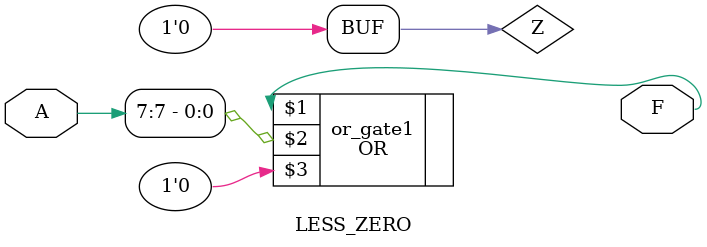
<source format=v>

`timescale 1ns/1ps
`include "../../gates/OR/OR.v"

module LESS_ZERO(

    output wire F,
    input wire [7:0] A

    );

    wire Z;

    assign Z = 0;

    OR or_gate1(F, A[7], Z);

endmodule
</source>
